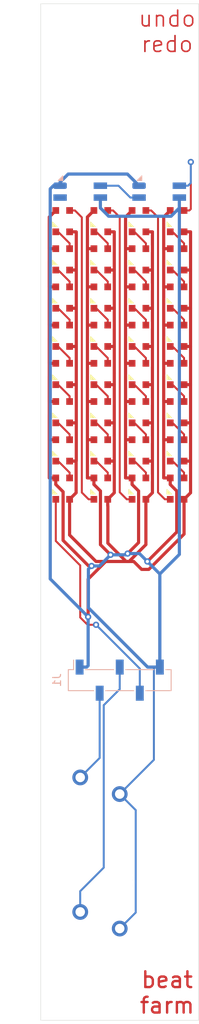
<source format=kicad_pcb>
(kicad_pcb (version 20221018) (generator pcbnew)
  (layers (0 "F.Cu" signal) (31 "B.Cu" signal) (34 "B.Paste" user) (35 "F.Paste" user) (36 "B.SilkS" user "B.Silkscreen") (37 "F.SilkS" user "F.Silkscreen") (38 "B.Mask" user) (39 "F.Mask" user) (44 "Edge.Cuts" user))
  (net 0 "")
  (net 1 "Net-(D1-Pad1)")
  (net 2 "Net-(D1-Pad3)")
  (net 3 "Net-(D2-Pad3)")
  (net 4 "Net-(D10-Pad3)")
  (net 5 "Net-(D4-Pad3)")
  (net 6 "Net-(D6-Pad3)")
  (net 7 "Net-(D8-Pad3)")
  (net 8 "Net-(D17-Pad1)")
  (net 9 "Net-(D10-Pad1)")
  (net 10 "Net-(D17-Pad3)")
  (net 11 "Net-(D19-Pad3)")
  (net 12 "Net-(D21-Pad3)")
  (net 13 "Net-(D23-Pad3)")
  (net 14 "Net-(D33-Pad4)")
  (net 15 "Net-(D34-Pad4)")
  (net 16 "VDD")
  (net 17 "GND")
  (net 18 "Net-(D3-Pad3)")
  (net 19 "Net-(D5-Pad3)")
  (net 20 "Net-(D7-Pad3)")
  (net 21 "Net-(D18-Pad3)")
  (net 22 "Net-(D20-Pad3)")
  (net 23 "Net-(D22-Pad3)")
  (net 24 "Net-(D25-Pad1)")
  (net 25 "Net-(J1-Pad3)")
  (net 26 "Net-(J1-Pad2)")
  (net 27 "Net-(D24-Pad3)")
  (net 28 "Net-(D11-Pad3)")
  (net 29 "Net-(D12-Pad3)")
  (net 30 "Net-(D13-Pad3)")
  (net 31 "Net-(D14-Pad3)")
  (net 32 "Net-(D15-Pad3)")
  (net 33 "Net-(D25-Pad3)")
  (net 34 "Net-(D26-Pad3)")
  (net 35 "Net-(D27-Pad3)")
  (net 36 "Net-(D28-Pad3)")
  (net 37 "Net-(D29-Pad3)")
  (net 38 "Net-(D30-Pad3)")
  (net 39 "Net-(D31-Pad3)")
  (footprint "drill_holes:M3_Slot" (layer "F.Cu") (at 121.8 176.3)
    (fp_text reference "H2" hide)
    (fp_text value "mounting_hole" hide)
  )
  (footprint "Keebio-Parts:Kailh-PG1350-1u-NoLED" (layer "F.Cu") (at 124.3 161.8)
    (fp_text reference "SW2")
    (fp_text value "SW_SPST" hide)
  )
  (footprint "drill_holes:M3_Slot" (layer "F.Cu") (at 121.8 53.8)
    (fp_text reference "H1" hide)
    (fp_text value "mounting_hole" hide)
  )
  (footprint "Keebio-Parts:Kailh-PG1350-1u-NoLED" (layer "F.Cu") (at 124.3 144.8)
    (fp_text reference "SW3")
    (fp_text value "SW_SPST" hide)
  )
  (footprint "chillpizza:LED_SK6812MINI_PLCC4_3.5x3.5mm_P1.75mm_flush" (layer "F.Cu") (at 117.08 78.28 -90)
    (fp_text reference "D1" hide)
    (fp_text value "SK6812MINI")
  )
  (footprint "chillpizza:LED_SK6812MINI_PLCC4_3.5x3.5mm_P1.75mm_flush" (layer "F.Cu") (at 117.08 83.11 -90)
    (fp_text reference "D2" hide)
    (fp_text value "SK6812MINI")
  )
  (footprint "chillpizza:LED_SK6812MINI_PLCC4_3.5x3.5mm_P1.75mm_flush" (layer "F.Cu") (at 117.08 87.94 -90)
    (fp_text reference "D3" hide)
    (fp_text value "SK6812MINI")
  )
  (footprint "chillpizza:LED_SK6812MINI_PLCC4_3.5x3.5mm_P1.75mm_flush" (layer "F.Cu") (at 117.08 92.77 -90)
    (fp_text reference "D4" hide)
    (fp_text value "SK6812MINI")
  )
  (footprint "chillpizza:LED_SK6812MINI_PLCC4_3.5x3.5mm_P1.75mm_flush" (layer "F.Cu") (at 117.08 97.6 -90)
    (fp_text reference "D5" hide)
    (fp_text value "SK6812MINI")
  )
  (footprint "chillpizza:LED_SK6812MINI_PLCC4_3.5x3.5mm_P1.75mm_flush" (layer "F.Cu") (at 117.08 102.43 -90)
    (fp_text reference "D6" hide)
    (fp_text value "SK6812MINI")
  )
  (footprint "chillpizza:LED_SK6812MINI_PLCC4_3.5x3.5mm_P1.75mm_flush" (layer "F.Cu") (at 117.08 107.26 -90)
    (fp_text reference "D7" hide)
    (fp_text value "SK6812MINI")
  )
  (footprint "chillpizza:LED_SK6812MINI_PLCC4_3.5x3.5mm_P1.75mm_flush" (layer "F.Cu") (at 117.08 112.09 -90)
    (fp_text reference "D8" hide)
    (fp_text value "SK6812MINI")
  )
  (footprint "chillpizza:LED_SK6812MINI_PLCC4_3.5x3.5mm_P1.75mm_flush" (layer "F.Cu") (at 121.91 78.28 -90)
    (fp_text reference "D9" hide)
    (fp_text value "SK6812MINI")
  )
  (footprint "chillpizza:LED_SK6812MINI_PLCC4_3.5x3.5mm_P1.75mm_flush" (layer "F.Cu") (at 121.91 83.11 -90)
    (fp_text reference "D10" hide)
    (fp_text value "SK6812MINI")
  )
  (footprint "chillpizza:LED_SK6812MINI_PLCC4_3.5x3.5mm_P1.75mm_flush" (layer "F.Cu") (at 121.91 87.94 -90)
    (fp_text reference "D11" hide)
    (fp_text value "SK6812MINI")
  )
  (footprint "chillpizza:LED_SK6812MINI_PLCC4_3.5x3.5mm_P1.75mm_flush" (layer "F.Cu") (at 121.91 92.77 -90)
    (fp_text reference "D12" hide)
    (fp_text value "SK6812MINI")
  )
  (footprint "chillpizza:LED_SK6812MINI_PLCC4_3.5x3.5mm_P1.75mm_flush" (layer "F.Cu") (at 121.91 97.6 -90)
    (fp_text reference "D13" hide)
    (fp_text value "SK6812MINI")
  )
  (footprint "chillpizza:LED_SK6812MINI_PLCC4_3.5x3.5mm_P1.75mm_flush" (layer "F.Cu") (at 121.91 102.43 -90)
    (fp_text reference "D14" hide)
    (fp_text value "SK6812MINI")
  )
  (footprint "chillpizza:LED_SK6812MINI_PLCC4_3.5x3.5mm_P1.75mm_flush" (layer "F.Cu") (at 121.91 107.26 -90)
    (fp_text reference "D15" hide)
    (fp_text value "SK6812MINI")
  )
  (footprint "chillpizza:LED_SK6812MINI_PLCC4_3.5x3.5mm_P1.75mm_flush" (layer "F.Cu") (at 121.91 112.09 -90)
    (fp_text reference "D16" hide)
    (fp_text value "SK6812MINI")
  )
  (footprint "chillpizza:LED_SK6812MINI_PLCC4_3.5x3.5mm_P1.75mm_flush" (layer "F.Cu") (at 126.74 78.28 -90)
    (fp_text reference "D17" hide)
    (fp_text value "SK6812MINI")
  )
  (footprint "chillpizza:LED_SK6812MINI_PLCC4_3.5x3.5mm_P1.75mm_flush" (layer "F.Cu") (at 126.74 83.11 -90)
    (fp_text reference "D18" hide)
    (fp_text value "SK6812MINI")
  )
  (footprint "chillpizza:LED_SK6812MINI_PLCC4_3.5x3.5mm_P1.75mm_flush" (layer "F.Cu") (at 126.74 87.94 -90)
    (fp_text reference "D19" hide)
    (fp_text value "SK6812MINI")
  )
  (footprint "chillpizza:LED_SK6812MINI_PLCC4_3.5x3.5mm_P1.75mm_flush" (layer "F.Cu") (at 126.74 92.77 -90)
    (fp_text reference "D20" hide)
    (fp_text value "SK6812MINI")
  )
  (footprint "chillpizza:LED_SK6812MINI_PLCC4_3.5x3.5mm_P1.75mm_flush" (layer "F.Cu") (at 126.74 97.6 -90)
    (fp_text reference "D21" hide)
    (fp_text value "SK6812MINI")
  )
  (footprint "chillpizza:LED_SK6812MINI_PLCC4_3.5x3.5mm_P1.75mm_flush" (layer "F.Cu") (at 126.74 102.43 -90)
    (fp_text reference "D22" hide)
    (fp_text value "SK6812MINI")
  )
  (footprint "chillpizza:LED_SK6812MINI_PLCC4_3.5x3.5mm_P1.75mm_flush" (layer "F.Cu") (at 126.74 107.26 -90)
    (fp_text reference "D23" hide)
    (fp_text value "SK6812MINI")
  )
  (footprint "chillpizza:LED_SK6812MINI_PLCC4_3.5x3.5mm_P1.75mm_flush" (layer "F.Cu") (at 126.74 112.09 -90)
    (fp_text reference "D24" hide)
    (fp_text value "SK6812MINI")
  )
  (footprint "chillpizza:LED_SK6812MINI_PLCC4_3.5x3.5mm_P1.75mm_flush" (layer "F.Cu") (at 131.57 78.28 -90)
    (fp_text reference "D25" hide)
    (fp_text value "SK6812MINI")
  )
  (footprint "chillpizza:LED_SK6812MINI_PLCC4_3.5x3.5mm_P1.75mm_flush" (layer "F.Cu") (at 131.57 83.11 -90)
    (fp_text reference "D26" hide)
    (fp_text value "SK6812MINI")
  )
  (footprint "chillpizza:LED_SK6812MINI_PLCC4_3.5x3.5mm_P1.75mm_flush" (layer "F.Cu") (at 131.57 87.94 -90)
    (fp_text reference "D27" hide)
    (fp_text value "SK6812MINI")
  )
  (footprint "chillpizza:LED_SK6812MINI_PLCC4_3.5x3.5mm_P1.75mm_flush" (layer "F.Cu") (at 131.57 92.77 -90)
    (fp_text reference "D28" hide)
    (fp_text value "SK6812MINI")
  )
  (footprint "chillpizza:LED_SK6812MINI_PLCC4_3.5x3.5mm_P1.75mm_flush" (layer "F.Cu") (at 131.57 97.6 -90)
    (fp_text reference "D29" hide)
    (fp_text value "SK6812MINI")
  )
  (footprint "chillpizza:LED_SK6812MINI_PLCC4_3.5x3.5mm_P1.75mm_flush" (layer "F.Cu") (at 131.57 102.43 -90)
    (fp_text reference "D30" hide)
    (fp_text value "SK6812MINI")
  )
  (footprint "chillpizza:LED_SK6812MINI_PLCC4_3.5x3.5mm_P1.75mm_flush" (layer "F.Cu") (at 131.57 107.26 -90)
    (fp_text reference "D31" hide)
    (fp_text value "SK6812MINI")
  )
  (footprint "chillpizza:LED_SK6812MINI_PLCC4_3.5x3.5mm_P1.75mm_flush" (layer "F.Cu") (at 131.57 112.09 -90)
    (fp_text reference "D32" hide)
    (fp_text value "SK6812MINI")
  )
  (footprint "chillpizza:Jack_3.5mm_QingPu_WQP-PJ3410_Vertical_Top" (layer "F.Cu") (at 119.3 67.8 180)
    (fp_text reference "J4")
    (fp_text value "AudioJack2_SwitchT")
  )
  (footprint "chillpizza:Jack_3.5mm_QingPu_WQP-PJ3410_Vertical_Top" (layer "F.Cu") (at 129.3 67.8 180)
    (fp_text reference "J3")
    (fp_text value "AudioJack2_SwitchT")
  )
  (footprint "chillpizza:Rotary_Encoder_Switched_PEC11R_top" (layer "F.Cu") (at 124.3 131 90)
    (fp_text reference "SW1" hide)
    (fp_text value "rotary_encoder_switch" hide)
  )
  (footprint "Connector_PinSocket_2.54mm:PinSocket_1x05_P2.54mm_Vertical_SMD_Pin1Left" (layer "B.Cu") (at 124.3 136.3 -90)
    (fp_text reference "J1")
    (fp_text value "Conn_01x05_Male")
  )
  (footprint "Keebio-Parts:SK6812-MINI-E" (layer "B.Cu") (at 129.3 74.55 180)
    (fp_text reference "D33" hide)
    (fp_text value "SK6812" hide)
  )
  (footprint "Keebio-Parts:SK6812-MINI-E" (layer "B.Cu") (at 119.3 74.55 180)
    (fp_text reference "D34" hide)
    (fp_text value "SK6812" hide)
  )
  (gr_line (start 134.3 179.3) (end 114.3 179.3) (stroke (width 0.05)) (layer "Edge.Cuts"))
  (gr_line (start 114.3 179.3) (end 114.3 50.8) (stroke (width 0.05)) (layer "Edge.Cuts"))
  (gr_line (start 134.3 50.8) (end 134.3 179.3) (stroke (width 0.05)) (layer "Edge.Cuts"))
  (gr_line (start 114.3 50.8) (end 134.3 50.8) (stroke (width 0.05)) (layer "Edge.Cuts"))
  (gr_text "beat\nfarm" (at 130.3 175.8) (layer "F.Cu") (effects (font (size 2 2) (thickness 0.3))))
  (gr_text "undo\nredo" (at 130.3 54.3) (layer "F.Cu") (effects (font (size 2 2) (thickness 0.2))))
  (segment (start 118.63 76.93) (end 119.5 77.8) (width 0.25) (layer "F.Cu") (net 1))
  (segment (start 119.5 112.58) (end 120.36 113.44) (width 0.25) (layer "F.Cu") (net 1))
  (segment (start 119.5 77.8) (end 119.5 112.58) (width 0.25) (layer "F.Cu") (net 1))
  (segment (start 120.36 113.44) (end 121.035 113.44) (width 0.25) (layer "F.Cu") (net 1))
  (segment (start 117.955 76.93) (end 118.63 76.93) (width 0.25) (layer "F.Cu") (net 1))
  (segment (start 117.955 81.76) (end 117.955 81.085) (width 0.25) (layer "F.Cu") (net 2))
  (segment (start 116.5 79.63) (end 116.205 79.63) (width 0.25) (layer "F.Cu") (net 2))
  (segment (start 117.955 81.085) (end 116.5 79.63) (width 0.25) (layer "F.Cu") (net 2))
  (segment (start 117.955 85.915) (end 116.5 84.46) (width 0.25) (layer "F.Cu") (net 3))
  (segment (start 116.5 84.46) (end 116.205 84.46) (width 0.25) (layer "F.Cu") (net 3))
  (segment (start 117.955 86.59) (end 117.955 85.915) (width 0.25) (layer "F.Cu") (net 3))
  (segment (start 121.33 84.46) (end 121.035 84.46) (width 0.25) (layer "F.Cu") (net 4))
  (segment (start 122.785 85.915) (end 121.33 84.46) (width 0.25) (layer "F.Cu") (net 4))
  (segment (start 122.785 86.59) (end 122.785 85.915) (width 0.25) (layer "F.Cu") (net 4))
  (segment (start 117.955 95.575) (end 116.5 94.12) (width 0.25) (layer "F.Cu") (net 5))
  (segment (start 117.955 96.25) (end 117.955 95.575) (width 0.25) (layer "F.Cu") (net 5))
  (segment (start 116.5 94.12) (end 116.205 94.12) (width 0.25) (layer "F.Cu") (net 5))
  (segment (start 117.955 105.235) (end 116.5 103.78) (width 0.25) (layer "F.Cu") (net 6))
  (segment (start 116.5 103.78) (end 116.205 103.78) (width 0.25) (layer "F.Cu") (net 6))
  (segment (start 117.955 105.91) (end 117.955 105.235) (width 0.25) (layer "F.Cu") (net 6))
  (segment (start 119.3 121.8) (end 119.3 128.373002) (width 0.25) (layer "F.Cu") (net 7))
  (segment (start 118.8 121.3) (end 119.3 121.8) (width 0.25) (layer "F.Cu") (net 7))
  (segment (start 116.205 118.705) (end 118.8 121.3) (width 0.25) (layer "F.Cu") (net 7))
  (segment (start 119.3 128.373002) (end 120.226998 129.3) (width 0.25) (layer "F.Cu") (net 7))
  (segment (start 120.226998 129.3) (end 121.3 129.3) (width 0.25) (layer "F.Cu") (net 7))
  (segment (start 116.205 113.44) (end 116.205 118.705) (width 0.25) (layer "F.Cu") (net 7))
  (via (at 121.3 129.3) (size 0.8) (drill 0.4) (layers "F.Cu" "B.Cu") (net 7))
  (segment (start 126.84 134.84) (end 126.84 137.95) (width 0.25) (layer "B.Cu") (net 7))
  (segment (start 121.3 129.3) (end 126.84 134.84) (width 0.25) (layer "B.Cu") (net 7))
  (segment (start 128.29 76.93) (end 129.15 77.79) (width 0.25) (layer "F.Cu") (net 8))
  (segment (start 129.15 77.79) (end 129.15 112.57) (width 0.25) (layer "F.Cu") (net 8))
  (segment (start 127.615 76.93) (end 128.29 76.93) (width 0.25) (layer "F.Cu") (net 8))
  (segment (start 129.15 112.57) (end 130.02 113.44) (width 0.25) (layer "F.Cu") (net 8))
  (segment (start 130.02 113.44) (end 130.695 113.44) (width 0.25) (layer "F.Cu") (net 8))
  (segment (start 121.33 79.63) (end 121.035 79.63) (width 0.25) (layer "F.Cu") (net 9))
  (segment (start 122.785 81.76) (end 122.785 81.085) (width 0.25) (layer "F.Cu") (net 9))
  (segment (start 122.785 81.085) (end 121.33 79.63) (width 0.25) (layer "F.Cu") (net 9))
  (segment (start 127.615 81.085) (end 126.16 79.63) (width 0.25) (layer "F.Cu") (net 10))
  (segment (start 126.16 79.63) (end 125.865 79.63) (width 0.25) (layer "F.Cu") (net 10))
  (segment (start 127.615 81.76) (end 127.615 81.085) (width 0.25) (layer "F.Cu") (net 10))
  (segment (start 127.615 90.745) (end 126.16 89.29) (width 0.25) (layer "F.Cu") (net 11))
  (segment (start 126.16 89.29) (end 125.865 89.29) (width 0.25) (layer "F.Cu") (net 11))
  (segment (start 127.615 91.42) (end 127.615 90.745) (width 0.25) (layer "F.Cu") (net 11))
  (segment (start 126.16 98.95) (end 125.865 98.95) (width 0.25) (layer "F.Cu") (net 12))
  (segment (start 127.615 100.405) (end 126.16 98.95) (width 0.25) (layer "F.Cu") (net 12))
  (segment (start 127.615 101.08) (end 127.615 100.405) (width 0.25) (layer "F.Cu") (net 12))
  (segment (start 127.615 110.74) (end 127.615 110.065) (width 0.25) (layer "F.Cu") (net 13))
  (segment (start 127.615 110.065) (end 126.16 108.61) (width 0.25) (layer "F.Cu") (net 13))
  (segment (start 126.16 108.61) (end 125.865 108.61) (width 0.25) (layer "F.Cu") (net 13))
  (segment (start 125.65 75.3) (end 124.15 73.8) (width 0.25) (layer "B.Cu") (net 14))
  (segment (start 124.15 73.8) (end 122.95 73.8) (width 0.25) (layer "B.Cu") (net 14))
  (segment (start 122.95 73.8) (end 121.85 73.8) (width 0.25) (layer "B.Cu") (net 14))
  (segment (start 126.75 75.3) (end 125.65 75.3) (width 0.25) (layer "B.Cu") (net 14))
  (segment (start 118.780001 108.610001) (end 118.780001 112.614999) (width 0.4) (layer "F.Cu") (net 16))
  (segment (start 117.955 89.29) (end 118.780001 89.290001) (width 0.4) (layer "F.Cu") (net 16))
  (segment (start 122.785 113.44) (end 122.785 114.265) (width 0.4) (layer "F.Cu") (net 16))
  (segment (start 125.115998 121.3) (end 125.484002 121.3) (width 0.4) (layer "F.Cu") (net 16))
  (segment (start 118.78 98.95) (end 118.8 98.97) (width 0.4) (layer "F.Cu") (net 16))
  (segment (start 118.780001 112.614999) (end 117.955 113.44) (width 0.4) (layer "F.Cu") (net 16))
  (segment (start 122.785 89.29) (end 123.610001 89.290001) (width 0.4) (layer "F.Cu") (net 16))
  (segment (start 127.615 119.169002) (end 125.484002 121.3) (width 0.4) (layer "F.Cu") (net 16))
  (segment (start 132.445 117.839002) (end 127.984002 122.3) (width 0.4) (layer "F.Cu") (net 16))
  (segment (start 123.61 108.61) (end 122.785 108.61) (width 0.4) (layer "F.Cu") (net 16))
  (segment (start 118.8 89.27) (end 118.78 89.29) (width 0.4) (layer "F.Cu") (net 16))
  (segment (start 128.440001 84.460001) (end 128.440001 89.290001) (width 0.4) (layer "F.Cu") (net 16))
  (segment (start 133.270001 103.780001) (end 133.270001 108.610001) (width 0.4) (layer "F.Cu") (net 16))
  (segment (start 118.8 103.8) (end 118.8 108.59) (width 0.4) (layer "F.Cu") (net 16))
  (segment (start 122.785 98.95) (end 123.610001 98.950001) (width 0.4) (layer "F.Cu") (net 16))
  (segment (start 132.445 89.29) (end 133.270001 89.290001) (width 0.4) (layer "F.Cu") (net 16))
  (segment (start 132.445 94.12) (end 133.270001 94.120001) (width 0.4) (layer "F.Cu") (net 16))
  (segment (start 118.78 94.12) (end 117.955 94.12) (width 0.4) (layer "F.Cu") (net 16))
  (segment (start 123.610001 98.950001) (end 123.61 103.78) (width 0.4) (layer "F.Cu") (net 16))
  (segment (start 127.072002 122.3) (end 126.072002 121.3) (width 0.4) (layer "F.Cu") (net 16))
  (segment (start 118.8 89.31) (end 118.8 94.1) (width 0.4) (layer "F.Cu") (net 16))
  (segment (start 127.615 89.29) (end 128.440001 89.290001) (width 0.4) (layer "F.Cu") (net 16))
  (segment (start 118.8 108.59) (end 118.78 108.61) (width 0.4) (layer "F.Cu") (net 16))
  (segment (start 122.785 84.46) (end 123.610001 84.460001) (width 0.4) (layer "F.Cu") (net 16))
  (segment (start 128.440001 108.610001) (end 128.440001 112.614999) (width 0.4) (layer "F.Cu") (net 16))
  (segment (start 123.610001 112.614999) (end 122.785 113.44) (width 0.4) (layer "F.Cu") (net 16))
  (segment (start 118.8 98.97) (end 118.8 103.76) (width 0.4) (layer "F.Cu") (net 16))
  (segment (start 127.615 98.95) (end 128.440001 98.950001) (width 0.4) (layer "F.Cu") (net 16))
  (segment (start 128.440001 103.780001) (end 128.440001 108.610001) (width 0.4) (layer "F.Cu") (net 16))
  (segment (start 123.610001 94.120001) (end 123.610001 97.489999) (width 0.4) (layer "F.Cu") (net 16))
  (segment (start 118.78 84.46) (end 117.955 84.46) (width 0.4) (layer "F.Cu") (net 16))
  (segment (start 132.445 98.95) (end 133.270001 98.950001) (width 0.4) (layer "F.Cu") (net 16))
  (segment (start 118.78 94.12) (end 118.8 94.14) (width 0.4) (layer "F.Cu") (net 16))
  (segment (start 133.270001 89.290001) (end 133.270001 94.120001) (width 0.4) (layer "F.Cu") (net 16))
  (segment (start 118.8 79.65) (end 118.8 84.44) (width 0.4) (layer "F.Cu") (net 16))
  (segment (start 123.61 103.78) (end 122.785 103.78) (width 0.4) (layer "F.Cu") (net 16))
  (segment (start 118.8 103.76) (end 118.78 103.78) (width 0.4) (layer "F.Cu") (net 16))
  (segment (start 132.445 79.63) (end 133.270001 79.630001) (width 0.4) (layer "F.Cu") (net 16))
  (segment (start 133.270001 108.610001) (end 133.270001 112.614999) (width 0.4) (layer "F.Cu") (net 16))
  (segment (start 127.615 108.61) (end 128.440001 108.610001) (width 0.4) (layer "F.Cu") (net 16))
  (segment (start 128.440001 112.614999) (end 127.615 113.44) (width 0.4) (layer "F.Cu") (net 16))
  (segment (start 122.785 108.61) (end 123.610001 108.610001) (width 0.4) (layer "F.Cu") (net 16))
  (segment (start 122.785 114.265) (end 122.8 114.28) (width 0.4) (layer "F.Cu") (net 16))
  (segment (start 118.8 84.44) (end 118.78 84.46) (width 0.4) (layer "F.Cu") (net 16))
  (segment (start 132.445 103.78) (end 133.270001 103.780001) (width 0.4) (layer "F.Cu") (net 16))
  (segment (start 127.615 94.12) (end 128.440001 94.120001) (width 0.4) (layer "F.Cu") (net 16))
  (segment (start 126.072002 121.3) (end 122.8 121.3) (width 0.4) (layer "F.Cu") (net 16))
  (segment (start 133.270001 79.630001) (end 133.270001 84.460001) (width 0.4) (layer "F.Cu") (net 16))
  (segment (start 127.615 84.46) (end 128.440001 84.460001) (width 0.4) (layer "F.Cu") (net 16))
  (segment (start 118.78 103.78) (end 117.955 103.78) (width 0.4) (layer "F.Cu") (net 16))
  (segment (start 127.615 79.63) (end 128.440001 79.630001) (width 0.4) (layer "F.Cu") (net 16))
  (segment (start 125.484002 121.3) (end 122.8 121.3) (width 0.4) (layer "F.Cu") (net 16))
  (segment (start 118.8 98.93) (end 118.78 98.95) (width 0.4) (layer "F.Cu") (net 16))
  (segment (start 122.785 94.12) (end 123.610001 94.120001) (width 0.4) (layer "F.Cu") (net 16))
  (segment (start 128.440001 89.290001) (end 128.440001 94.120001) (width 0.4) (layer "F.Cu") (net 16))
  (segment (start 118.8 84.48) (end 118.8 89.27) (width 0.4) (layer "F.Cu") (net 16))
  (segment (start 122.785 103.78) (end 123.610001 103.780001) (width 0.4) (layer "F.Cu") (net 16))
  (segment (start 132.445 113.44) (end 132.445 117.839002) (width 0.4) (layer "F.Cu") (net 16))
  (segment (start 123.610001 79.630001) (end 123.610001 84.460001) (width 0.4) (layer "F.Cu") (net 16))
  (segment (start 133.270001 84.460001) (end 133.270001 89.290001) (width 0.4) (layer "F.Cu") (net 16))
  (segment (start 118.78 79.63) (end 118.8 79.65) (width 0.4) (layer "F.Cu") (net 16))
  (segment (start 123.610001 84.460001) (end 123.610001 89.290001) (width 0.4) (layer "F.Cu") (net 16))
  (segment (start 117.955 117.955) (end 121.3 121.3) (width 0.4) (layer "F.Cu") (net 16))
  (segment (start 122.527998 121.3) (end 120.3 123.527998) (width 0.4) (layer "F.Cu") (net 16))
  (segment (start 118.78 98.95) (end 117.955 98.95) (width 0.4) (layer "F.Cu") (net 16))
  (segment (start 118.78 84.46) (end 118.8 84.48) (width 0.4) (layer "F.Cu") (net 16))
  (segment (start 117.955 113.44) (end 117.955 117.955) (width 0.4) (layer "F.Cu") (net 16))
  (segment (start 122.8 114.28) (end 122.8 118.984002) (width 0.4) (layer "F.Cu") (net 16))
  (segment (start 122.8 118.984002) (end 125.115998 121.3) (width 0.4) (layer "F.Cu") (net 16))
  (segment (start 118.8 94.1) (end 118.78 94.12) (width 0.4) (layer "F.Cu") (net 16))
  (segment (start 118.780001 89.290001) (end 118.8 89.31) (width 0.4) (layer "F.Cu") (net 16))
  (segment (start 123.610001 103.780001) (end 123.61 108.61) (width 0.4) (layer "F.Cu") (net 16))
  (segment (start 118.78 89.29) (end 117.955 89.29) (width 0.4) (layer "F.Cu") (net 16))
  (segment (start 123.610001 97.489999) (end 123.610001 98.950001) (width 0.4) (layer "F.Cu") (net 16))
  (segment (start 122.785 79.63) (end 123.610001 79.630001) (width 0.4) (layer "F.Cu") (net 16))
  (segment (start 128.440001 94.120001) (end 128.440001 98.950001) (width 0.4) (layer "F.Cu") (net 16))
  (segment (start 117.955 108.61) (end 118.780001 108.610001) (width 0.4) (layer "F.Cu") (net 16))
  (segment (start 121.3 121.3) (end 122.8 121.3) (width 0.4) (layer "F.Cu") (net 16))
  (segment (start 127.615 103.78) (end 128.440001 103.780001) (width 0.4) (layer "F.Cu") (net 16))
  (segment (start 123.610001 89.290001) (end 123.610001 94.120001) (width 0.4) (layer "F.Cu") (net 16))
  (segment (start 128.440001 79.630001) (end 128.440001 84.460001) (width 0.4) (layer "F.Cu") (net 16))
  (segment (start 128.440001 98.950001) (end 128.440001 103.780001) (width 0.4) (layer "F.Cu") (net 16))
  (segment (start 133.270001 98.950001) (end 133.270001 103.780001) (width 0.4) (layer "F.Cu") (net 16))
  (segment (start 118.78 108.61) (end 117.955 108.61) (width 0.4) (layer "F.Cu") (net 16))
  (segment (start 132.445 84.46) (end 133.270001 84.460001) (width 0.4) (layer "F.Cu") (net 16))
  (segment (start 133.270001 94.120001) (end 133.270001 98.950001) (width 0.4) (layer "F.Cu") (net 16))
  (segment (start 133.270001 112.614999) (end 132.445 113.44) (width 0.4) (layer "F.Cu") (net 16))
  (segment (start 127.615 113.44) (end 127.615 119.169002) (width 0.4) (layer "F.Cu") (net 16))
  (segment (start 120.3 123.527998) (end 120.3 128.3) (width 0.4) (layer "F.Cu") (net 16))
  (segment (start 132.445 108.61) (end 133.270001 108.610001) (width 0.4) (layer "F.Cu") (net 16))
  (segment (start 123.610001 108.610001) (end 123.610001 112.614999) (width 0.4) (layer "F.Cu") (net 16))
  (segment (start 127.984002 122.3) (end 127.072002 122.3) (width 0.4) (layer "F.Cu") (net 16))
  (segment (start 122.8 121.3) (end 122.527998 121.3) (width 0.4) (layer "F.Cu") (net 16))
  (segment (start 118.8 94.14) (end 118.8 98.93) (width 0.4) (layer "F.Cu") (net 16))
  (segment (start 118.78 103.78) (end 118.8 103.8) (width 0.4) (layer "F.Cu") (net 16))
  (segment (start 117.955 79.63) (end 118.78 79.63) (width 0.4) (layer "F.Cu") (net 16))
  (via (at 120.3 128.3) (size 0.8) (drill 0.4) (layers "F.Cu" "B.Cu") (net 16))
  (segment (start 115.9 73.8) (end 116.75 73.8) (width 0.4) (layer "B.Cu") (net 16))
  (segment (start 115.499999 74.200001) (end 115.9 73.8) (width 0.4) (layer "B.Cu") (net 16))
  (segment (start 125.275001 72.325001) (end 126.75 73.8) (width 0.4) (layer "B.Cu") (net 16))
  (segment (start 117.774999 72.325001) (end 125.275001 72.325001) (width 0.4) (layer "B.Cu") (net 16))
  (segment (start 116.75 73.35) (end 117.774999 72.325001) (width 0.4) (layer "B.Cu") (net 16))
  (segment (start 116.75 73.8) (end 116.75 73.35) (width 0.4) (layer "B.Cu") (net 16))
  (segment (start 120.12 134.65) (end 119.22 134.65) (width 0.4) (layer "B.Cu") (net 16))
  (segment (start 120.3 134.47) (end 120.12 134.65) (width 0.4) (layer "B.Cu") (net 16))
  (segment (start 120.3 128.3) (end 120.3 134.47) (width 0.4) (layer "B.Cu") (net 16))
  (segment (start 115.499999 74.3) (end 115.499999 123.499999) (width 0.4) (layer "B.Cu") (net 16))
  (segment (start 115.499999 123.499999) (end 120.3 128.3) (width 0.4) (layer "B.Cu") (net 16))
  (segment (start 115.379999 102.730001) (end 115.38 105.91) (width 0.4) (layer "F.Cu") (net 17))
  (segment (start 115.379999 110.739999) (end 115.379999 77.755001) (width 0.4) (layer "F.Cu") (net 17))
  (segment (start 115.379999 78.580001) (end 115.38 81.76) (width 0.4) (layer "F.Cu") (net 17))
  (segment (start 131.520001 117.579999) (end 127.8 121.3) (width 0.4) (layer "F.Cu") (net 17))
  (segment (start 120.21 101.08) (end 121.035 101.08) (width 0.4) (layer "F.Cu") (net 17))
  (segment (start 115.38 101.08) (end 116.205 101.08) (width 0.4) (layer "F.Cu") (net 17))
  (segment (start 121.035 81.76) (end 120.34 81.76) (width 0.4) (layer "F.Cu") (net 17))
  (segment (start 120.21 86.59) (end 121.035 86.59) (width 0.4) (layer "F.Cu") (net 17))
  (segment (start 125.865 110.74) (end 125.039999 110.739999) (width 0.4) (layer "F.Cu") (net 17))
  (segment (start 129.87 105.91) (end 130.695 105.91) (width 0.4) (layer "F.Cu") (net 17))
  (segment (start 125.039999 78.580001) (end 125.04 81.76) (width 0.4) (layer "F.Cu") (net 17))
  (segment (start 120.209999 97.900001) (end 120.21 101.08) (width 0.4) (layer "F.Cu") (net 17))
  (segment (start 120.209999 110.739999) (end 120.209999 77.755001) (width 0.4) (layer "F.Cu") (net 17))
  (segment (start 117.129999 118.629999) (end 120.365686 121.865686) (width 0.4) (layer "F.Cu") (net 17))
  (segment (start 129.869999 78.580001) (end 129.87 81.76) (width 0.4) (layer "F.Cu") (net 17))
  (segment (start 115.379999 88.240001) (end 115.38 91.42) (width 0.4) (layer "F.Cu") (net 17))
  (segment (start 120.209999 77.755001) (end 121.035 76.93) (width 0.4) (layer "F.Cu") (net 17))
  (segment (start 120.209999 88.240001) (end 120.21 91.42) (width 0.4) (layer "F.Cu") (net 17))
  (segment (start 121.035 91.42) (end 120.42 91.42) (width 0.4) (layer "F.Cu") (net 17))
  (segment (start 129.869999 77.755001) (end 130.695 76.93) (width 0.4) (layer "F.Cu") (net 17))
  (segment (start 125.04 105.91) (end 125.865 105.91) (width 0.4) (layer "F.Cu") (net 17))
  (segment (start 115.38 96.25) (end 116.205 96.25) (width 0.4) (layer "F.Cu") (net 17))
  (segment (start 125.039999 97.900001) (end 125.04 101.08) (width 0.4) (layer "F.Cu") (net 17))
  (segment (start 130.695 111.565) (end 131.520001 112.390001) (width 0.4) (layer "F.Cu") (net 17))
  (segment (start 116.205 111.565) (end 117.129999 112.489999) (width 0.4) (layer "F.Cu") (net 17))
  (segment (start 121.035 110.74) (end 120.209999 110.739999) (width 0.4) (layer "F.Cu") (net 17))
  (segment (start 115.379999 93.070001) (end 115.38 96.25) (width 0.4) (layer "F.Cu") (net 17))
  (segment (start 117.129999 112.489999) (end 117.129999 118.629999) (width 0.4) (layer "F.Cu") (net 17))
  (segment (start 131.520001 112.390001) (end 131.520001 117.579999) (width 0.4) (layer "F.Cu") (net 17))
  (segment (start 121.860001 112.390001) (end 121.860001 119.175375) (width 0.4) (layer "F.Cu") (net 17))
  (segment (start 120.209999 102.730001) (end 120.21 105.91) (width 0.4) (layer "F.Cu") (net 17))
  (segment (start 116.205 110.74) (end 116.205 111.565) (width 0.4) (layer "F.Cu") (net 17))
  (segment (start 120.365686 121.865686) (end 120.734314 121.865686) (width 0.4) (layer "F.Cu") (net 17))
  (segment (start 129.869999 102.730001) (end 129.87 105.91) (width 0.4) (layer "F.Cu") (net 17))
  (segment (start 129.869999 83.410001) (end 129.87 86.59) (width 0.4) (layer "F.Cu") (net 17))
  (segment (start 125.04 101.08) (end 125.865 101.08) (width 0.4) (layer "F.Cu") (net 17))
  (segment (start 125.039999 93.070001) (end 125.04 96.25) (width 0.4) (layer "F.Cu") (net 17))
  (segment (start 129.869999 93.070001) (end 129.87 96.25) (width 0.4) (layer "F.Cu") (net 17))
  (segment (start 115.38 81.76) (end 116.205 81.76) (width 0.4) (layer "F.Cu") (net 17))
  (segment (start 130.695 110.74) (end 130.695 111.565) (width 0.4) (layer "F.Cu") (net 17))
  (segment (start 121.035 105.91) (end 120.41 105.91) (width 0.4) (layer "F.Cu") (net 17))
  (segment (start 115.379999 83.410001) (end 115.38 86.59) (width 0.4) (layer "F.Cu") (net 17))
  (segment (start 121.860001 119.175375) (end 123.142313 120.457687) (width 0.4) (layer "F.Cu") (net 17))
  (segment (start 125.039999 102.730001) (end 125.04 105.91) (width 0.4) (layer "F.Cu") (net 17))
  (segment (start 129.87 101.08) (end 130.695 101.08) (width 0.4) (layer "F.Cu") (net 17))
  (segment (start 125.039999 88.240001) (end 125.04 91.42) (width 0.4) (layer "F.Cu") (net 17))
  (segment (start 125.04 86.59) (end 125.865 86.59) (width 0.4) (layer "F.Cu") (net 17))
  (segment (start 129.869999 110.739999) (end 129.869999 77.755001) (width 0.4) (layer "F.Cu") (net 17))
  (segment (start 125.039999 110.739999) (end 125.039999 77.755001) (width 0.4) (layer "F.Cu") (net 17))
  (segment (start 129.869999 88.240001) (end 129.87 91.42) (width 0.4) (layer "F.Cu") (net 17))
  (segment (start 115.379999 97.900001) (end 115.38 101.08) (width 0.4) (layer "F.Cu") (net 17))
  (segment (start 115.379999 77.755001) (end 116.205 76.93) (width 0.4) (layer "F.Cu") (net 17))
  (segment (start 125.04 96.25) (end 125.865 96.25) (width 0.4) (layer "F.Cu") (net 17))
  (segment (start 125.865 111.565) (end 126.690001 112.390001) (width 0.4) (layer "F.Cu") (net 17))
  (segment (start 115.38 105.91) (end 116.205 105.91) (width 0.4) (layer "F.Cu") (net 17))
  (segment (start 126.690001 118.909999) (end 125.3 120.3) (width 0.4) (layer "F.Cu") (net 17))
  (segment (start 121.035 86.59) (end 120.51 86.59) (width 0.4) (layer "F.Cu") (net 17))
  (segment (start 129.87 96.25) (end 130.695 96.25) (width 0.4) (layer "F.Cu") (net 17))
  (segment (start 129.87 81.76) (end 130.695 81.76) (width 0.4) (layer "F.Cu") (net 17))
  (segment (start 120.209999 83.410001) (end 120.21 86.59) (width 0.4) (layer "F.Cu") (net 17))
  (segment (start 115.38 91.42) (end 116.205 91.42) (width 0.4) (layer "F.Cu") (net 17))
  (segment (start 121.035 111.565) (end 121.860001 112.390001) (width 0.4) (layer "F.Cu") (net 17))
  (segment (start 125.04 81.76) (end 125.865 81.76) (width 0.4) (layer "F.Cu") (net 17))
  (segment (start 129.87 91.42) (end 130.695 91.42) (width 0.4) (layer "F.Cu") (net 17))
  (segment (start 115.38 86.59) (end 116.205 86.59) (width 0.4) (layer "F.Cu") (net 17))
  (segment (start 125.039999 77.755001) (end 125.865 76.93) (width 0.4) (layer "F.Cu") (net 17))
  (segment (start 125.039999 83.410001) (end 125.04 86.59) (width 0.4) (layer "F.Cu") (net 17))
  (segment (start 121.035 96.25) (end 120.35 96.25) (width 0.4) (layer "F.Cu") (net 17))
  (segment (start 116.205 110.74) (end 115.379999 110.739999) (width 0.4) (layer "F.Cu") (net 17))
  (segment (start 125.865 110.74) (end 125.865 111.565) (width 0.4) (layer "F.Cu") (net 17))
  (segment (start 130.695 110.74) (end 129.869999 110.739999) (width 0.4) (layer "F.Cu") (net 17))
  (segment (start 129.87 86.59) (end 130.695 86.59) (width 0.4) (layer "F.Cu") (net 17))
  (segment (start 120.21 105.91) (end 121.035 105.91) (width 0.4) (layer "F.Cu") (net 17))
  (segment (start 126.690001 112.390001) (end 126.690001 118.909999) (width 0.4) (layer "F.Cu") (net 17))
  (segment (start 120.21 91.42) (end 121.035 91.42) (width 0.4) (layer "F.Cu") (net 17))
  (segment (start 129.869999 97.900001) (end 129.87 101.08) (width 0.4) (layer "F.Cu") (net 17))
  (segment (start 125.04 91.42) (end 125.865 91.42) (width 0.4) (layer "F.Cu") (net 17))
  (segment (start 121.035 110.74) (end 121.035 111.565) (width 0.4) (layer "F.Cu") (net 17))
  (via (at 127.8 121.3) (size 0.8) (drill 0.4) (layers "F.Cu" "B.Cu") (net 17))
  (via (at 120.734314 121.865686) (size 0.8) (drill 0.4) (layers "F.Cu" "B.Cu") (net 17))
  (via (at 125.3 120.3) (size 0.8) (drill 0.4) (layers "F.Cu" "B.Cu") (net 17))
  (via (at 123.142313 120.457687) (size 0.8) (drill 0.4) (layers "F.Cu" "B.Cu") (net 17))
  (segment (start 123.142313 120.457687) (end 125.142313 120.457687) (width 0.4) (layer "B.Cu") (net 17))
  (segment (start 128.48 134.65) (end 129.38 134.65) (width 0.4) (layer "B.Cu") (net 17))
  (segment (start 131.85 75.8) (end 131.85 76.61) (width 0.4) (layer "B.Cu") (net 17))
  (segment (start 122.9 77.66) (end 121.85 76.61) (width 0.4) (layer "B.Cu") (net 17))
  (segment (start 120.734314 121.865686) (end 120.334315 122.265685) (width 0.4) (layer "B.Cu") (net 17))
  (segment (start 130.8 77.66) (end 122.9 77.66) (width 0.4) (layer "B.Cu") (net 17))
  (segment (start 121.734314 121.865686) (end 123.142313 120.457687) (width 0.4) (layer "B.Cu") (net 17))
  (segment (start 120.334315 122.265685) (end 120.334315 127.150313) (width 0.4) (layer "B.Cu") (net 17))
  (segment (start 129.38 122.88) (end 131.85 120.41) (width 0.4) (layer "B.Cu") (net 17))
  (segment (start 126.325001 165.674999) (end 125.299999 166.700001) (width 0.25) (layer "B.Cu") (net 17))
  (segment (start 127.834002 134.65) (end 128.48 134.65) (width 0.4) (layer "B.Cu") (net 17))
  (segment (start 129.38 124.38) (end 129.38 134.65) (width 0.4) (layer "B.Cu") (net 17))
  (segment (start 120.734314 121.865686) (end 121.734314 121.865686) (width 0.4) (layer "B.Cu") (net 17))
  (segment (start 128.624999 134.655001) (end 128.624999 146.375001) (width 0.25) (layer "B.Cu") (net 17))
  (segment (start 125.299999 166.700001) (end 124.3 167.7) (width 0.25) (layer "B.Cu") (net 17))
  (segment (start 124.3 150.7) (end 126.325001 152.725001) (width 0.25) (layer "B.Cu") (net 17))
  (segment (start 131.85 120.41) (end 131.85 75.8) (width 0.4) (layer "B.Cu") (net 17))
  (segment (start 128.63 134.65) (end 128.624999 134.655001) (width 0.25) (layer "B.Cu") (net 17))
  (segment (start 128.624999 146.375001) (end 125.299999 149.700001) (width 0.25) (layer "B.Cu") (net 17))
  (segment (start 131.85 76.61) (end 130.8 77.66) (width 0.4) (layer "B.Cu") (net 17))
  (segment (start 129.38 122.88) (end 129.38 134.65) (width 0.4) (layer "B.Cu") (net 17))
  (segment (start 125.3 120.3) (end 126.8 120.3) (width 0.4) (layer "B.Cu") (net 17))
  (segment (start 129.38 134.65) (end 128.63 134.65) (width 0.25) (layer "B.Cu") (net 17))
  (segment (start 127.8 121.3) (end 129.38 122.88) (width 0.4) (layer "B.Cu") (net 17))
  (segment (start 120.334315 127.150313) (end 127.834002 134.65) (width 0.4) (layer "B.Cu") (net 17))
  (segment (start 126.8 120.3) (end 127.8 121.3) (width 0.4) (layer "B.Cu") (net 17))
  (segment (start 125.299999 149.700001) (end 124.3 150.7) (width 0.25) (layer "B.Cu") (net 17))
  (segment (start 126.325001 152.725001) (end 126.325001 165.674999) (width 0.25) (layer "B.Cu") (net 17))
  (segment (start 121.85 76.61) (end 121.85 75.8) (width 0.4) (layer "B.Cu") (net 17))
  (segment (start 125.142313 120.457687) (end 125.3 120.3) (width 0.4) (layer "B.Cu") (net 17))
  (segment (start 117.955 90.745) (end 116.5 89.29) (width 0.25) (layer "F.Cu") (net 18))
  (segment (start 117.955 91.42) (end 117.955 90.745) (width 0.25) (layer "F.Cu") (net 18))
  (segment (start 116.5 89.29) (end 116.205 89.29) (width 0.25) (layer "F.Cu") (net 18))
  (segment (start 116.5 98.95) (end 116.205 98.95) (width 0.25) (layer "F.Cu") (net 19))
  (segment (start 117.955 100.405) (end 116.5 98.95) (width 0.25) (layer "F.Cu") (net 19))
  (segment (start 117.955 101.08) (end 117.955 100.405) (width 0.25) (layer "F.Cu") (net 19))
  (segment (start 117.955 110.74) (end 117.955 110.065) (width 0.25) (layer "F.Cu") (net 20))
  (segment (start 117.955 110.065) (end 116.5 108.61) (width 0.25) (layer "F.Cu") (net 20))
  (segment (start 116.5 108.61) (end 116.205 108.61) (width 0.25) (layer "F.Cu") (net 20))
  (segment (start 127.615 85.915) (end 126.16 84.46) (width 0.25) (layer "F.Cu") (net 21))
  (segment (start 127.615 86.59) (end 127.615 85.915) (width 0.25) (layer "F.Cu") (net 21))
  (segment (start 126.16 84.46) (end 125.865 84.46) (width 0.25) (layer "F.Cu") (net 21))
  (segment (start 127.615 96.25) (end 127.615 95.575) (width 0.25) (layer "F.Cu") (net 22))
  (segment (start 127.615 95.575) (end 126.16 94.12) (width 0.25) (layer "F.Cu") (net 22))
  (segment (start 126.16 94.12) (end 125.865 94.12) (width 0.25) (layer "F.Cu") (net 22))
  (segment (start 127.615 105.91) (end 127.615 105.235) (width 0.25) (layer "F.Cu") (net 23))
  (segment (start 127.615 105.235) (end 126.16 103.78) (width 0.25) (layer "F.Cu") (net 23))
  (segment (start 126.16 103.78) (end 125.865 103.78) (width 0.25) (layer "F.Cu") (net 23))
  (segment (start 133.12 76.93) (end 132.445 76.93) (width 0.25) (layer "F.Cu") (net 24))
  (segment (start 133.3 70.8) (end 133.3 76.75) (width 0.25) (layer "F.Cu") (net 24))
  (segment (start 133.3 76.75) (end 133.12 76.93) (width 0.25) (layer "F.Cu") (net 24))
  (via (at 133.3 70.8) (size 0.8) (drill 0.4) (layers "F.Cu" "B.Cu") (net 24))
  (segment (start 133.3 73.45) (end 132.95 73.8) (width 0.25) (layer "B.Cu") (net 24))
  (segment (start 132.95 73.8) (end 131.85 73.8) (width 0.25) (layer "B.Cu") (net 24))
  (segment (start 133.3 70.8) (end 133.3 73.45) (width 0.25) (layer "B.Cu") (net 24))
  (segment (start 124.3 135.85) (end 124.3 134.65) (width 0.25) (layer "B.Cu") (net 25))
  (segment (start 124.3 137.445002) (end 124.3 135.85) (width 0.25) (layer "B.Cu") (net 25))
  (segment (start 119.3 162.975001) (end 122.274999 160.000002) (width 0.25) (layer "B.Cu") (net 25))
  (segment (start 122.274999 139.470003) (end 124.3 137.445002) (width 0.25) (layer "B.Cu") (net 25))
  (segment (start 122.274999 160.000002) (end 122.274999 139.470003) (width 0.25) (layer "B.Cu") (net 25))
  (segment (start 119.3 165.6) (end 119.3 162.975001) (width 0.25) (layer "B.Cu") (net 25))
  (segment (start 121.76 146.14) (end 119.3 148.6) (width 0.25) (layer "B.Cu") (net 26))
  (segment (start 121.76 137.95) (end 121.76 146.14) (width 0.25) (layer "B.Cu") (net 26))
  (segment (start 124.3 112.55) (end 125.19 113.44) (width 0.25) (layer "F.Cu") (net 27))
  (segment (start 122.785 76.93) (end 123.46 76.93) (width 0.25) (layer "F.Cu") (net 27))
  (segment (start 124.3 77.77) (end 124.3 112.55) (width 0.25) (layer "F.Cu") (net 27))
  (segment (start 123.46 76.93) (end 124.3 77.77) (width 0.25) (layer "F.Cu") (net 27))
  (segment (start 125.19 113.44) (end 125.865 113.44) (width 0.25) (layer "F.Cu") (net 27))
  (segment (start 122.785 90.745) (end 121.33 89.29) (width 0.25) (layer "F.Cu") (net 28))
  (segment (start 122.785 91.42) (end 122.785 90.745) (width 0.25) (layer "F.Cu") (net 28))
  (segment (start 121.33 89.29) (end 121.035 89.29) (width 0.25) (layer "F.Cu") (net 28))
  (segment (start 122.785 96.25) (end 122.785 95.575) (width 0.25) (layer "F.Cu") (net 29))
  (segment (start 122.785 95.575) (end 121.33 94.12) (width 0.25) (layer "F.Cu") (net 29))
  (segment (start 121.33 94.12) (end 121.035 94.12) (width 0.25) (layer "F.Cu") (net 29))
  (segment (start 122.785 101.08) (end 122.785 100.405) (width 0.25) (layer "F.Cu") (net 30))
  (segment (start 121.33 98.95) (end 121.035 98.95) (width 0.25) (layer "F.Cu") (net 30))
  (segment (start 122.785 100.405) (end 121.33 98.95) (width 0.25) (layer "F.Cu") (net 30))
  (segment (start 122.785 105.235) (end 121.33 103.78) (width 0.25) (layer "F.Cu") (net 31))
  (segment (start 121.33 103.78) (end 121.035 103.78) (width 0.25) (layer "F.Cu") (net 31))
  (segment (start 122.785 105.91) (end 122.785 105.235) (width 0.25) (layer "F.Cu") (net 31))
  (segment (start 122.785 110.065) (end 121.33 108.61) (width 0.25) (layer "F.Cu") (net 32))
  (segment (start 122.785 110.74) (end 122.785 110.065) (width 0.25) (layer "F.Cu") (net 32))
  (segment (start 121.33 108.61) (end 121.035 108.61) (width 0.25) (layer "F.Cu") (net 32))
  (segment (start 132.445 81.085) (end 130.99 79.63) (width 0.25) (layer "F.Cu") (net 33))
  (segment (start 130.99 79.63) (end 130.695 79.63) (width 0.25) (layer "F.Cu") (net 33))
  (segment (start 132.445 81.76) (end 132.445 81.085) (width 0.25) (layer "F.Cu") (net 33))
  (segment (start 132.445 86.59) (end 132.445 85.915) (width 0.25) (layer "F.Cu") (net 34))
  (segment (start 132.445 85.915) (end 130.99 84.46) (width 0.25) (layer "F.Cu") (net 34))
  (segment (start 130.99 84.46) (end 130.695 84.46) (width 0.25) (layer "F.Cu") (net 34))
  (segment (start 132.445 91.42) (end 132.445 90.745) (width 0.25) (layer "F.Cu") (net 35))
  (segment (start 130.99 89.29) (end 130.695 89.29) (width 0.25) (layer "F.Cu") (net 35))
  (segment (start 132.445 90.745) (end 130.99 89.29) (width 0.25) (layer "F.Cu") (net 35))
  (segment (start 132.445 95.575) (end 130.99 94.12) (width 0.25) (layer "F.Cu") (net 36))
  (segment (start 132.445 96.25) (end 132.445 95.575) (width 0.25) (layer "F.Cu") (net 36))
  (segment (start 130.99 94.12) (end 130.695 94.12) (width 0.25) (layer "F.Cu") (net 36))
  (segment (start 132.445 100.405) (end 130.99 98.95) (width 0.25) (layer "F.Cu") (net 37))
  (segment (start 130.99 98.95) (end 130.695 98.95) (width 0.25) (layer "F.Cu") (net 37))
  (segment (start 132.445 101.08) (end 132.445 100.405) (width 0.25) (layer "F.Cu") (net 37))
  (segment (start 132.445 105.235) (end 130.99 103.78) (width 0.25) (layer "F.Cu") (net 38))
  (segment (start 132.445 105.91) (end 132.445 105.235) (width 0.25) (layer "F.Cu") (net 38))
  (segment (start 130.99 103.78) (end 130.695 103.78) (width 0.25) (layer "F.Cu") (net 38))
  (segment (start 130.99 108.61) (end 130.695 108.61) (width 0.25) (layer "F.Cu") (net 39))
  (segment (start 132.445 110.065) (end 130.99 108.61) (width 0.25) (layer "F.Cu") (net 39))
  (segment (start 132.445 110.74) (end 132.445 110.065) (width 0.25) (layer "F.Cu") (net 39))
)
</source>
